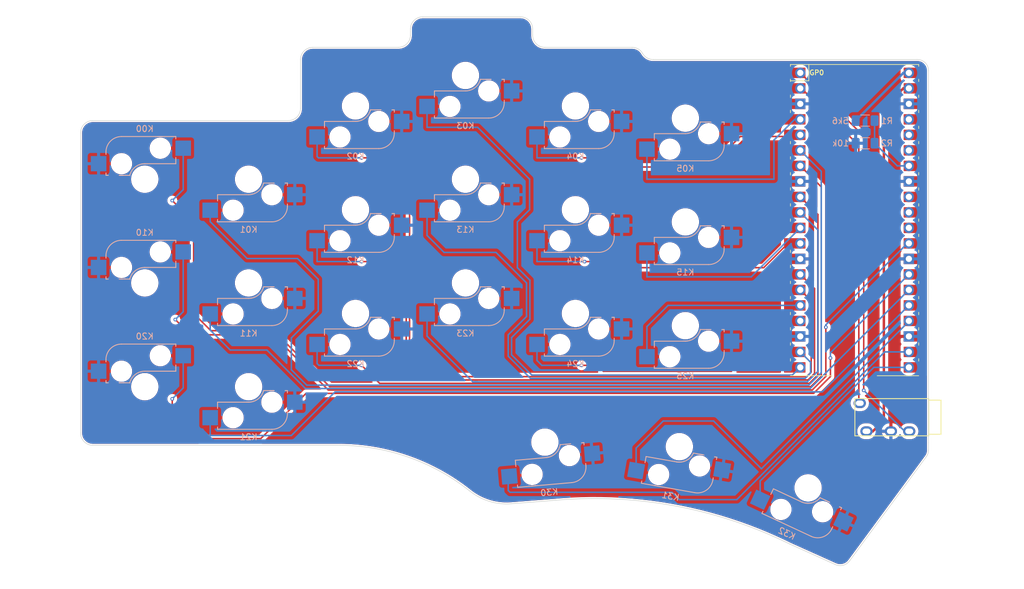
<source format=kicad_pcb>
(kicad_pcb (version 20240108) (generator "pcbnew") (generator_version "8.0")
  (title_block (rev "rev1.0"))
  (layers (0 "F.Cu" signal) (31 "B.Cu" signal) (34 "B.Paste" user) (35 "F.Paste" user) (36 "B.SilkS" user "B.Silkscreen") (37 "F.SilkS" user "F.Silkscreen") (38 "B.Mask" user) (39 "F.Mask" user) (44 "Edge.Cuts" user))
  (net 0 "")
  (net 1 "GND")
  (net 2 "/k00")
  (net 3 "/k01")
  (net 4 "/k02")
  (net 5 "/k03")
  (net 6 "/k04")
  (net 7 "/k05")
  (net 8 "/k10")
  (net 9 "/k11")
  (net 10 "/k12")
  (net 11 "/k13")
  (net 12 "/k14")
  (net 13 "/k15")
  (net 14 "/k20")
  (net 15 "/k21")
  (net 16 "/k22")
  (net 17 "/k23")
  (net 18 "/k24")
  (net 19 "/k25")
  (net 20 "/k30")
  (net 21 "/k31")
  (net 22 "/k32")
  (net 23 "rx")
  (net 24 "tx")
  (net 25 "VBUS")
  (net 26 "vbus_sense")
  (net 33 "VCC")
  (footprint "keyswitches:Kailh_socket_MX_3_pins_last" (layer "F.Cu") (at 136.083778 70.1308)
    (property "Reference" "K25" (at -1 8.255 180) (layer "B.SilkS") (effects (justify mirror)))
    (property "Value" "KEYSW")
    (pad "" np_thru_hole circle (at -3.54 5.08 180) (size 3 3) (drill 3) (layers "*.Cu" "*.Mask"))
    (pad "" np_thru_hole circle (at -1 0 180) (size 3.9878 3.9878) (drill 3.9878) (layers "*.Cu" "*.Mask"))
    (pad "" np_thru_hole circle (at 2.81 2.54 180) (size 3 3) (drill 3) (layers "*.Cu" "*.Mask"))
    (pad "1" smd rect (at -7.29 5.08 180) (size 2.55 2.5) (layers "B.Cu" "B.Paste" "B.Mask") (net 19 "/k25"))
    (pad "2" smd rect (at 6.56 2.54 180) (size 2.55 2.5) (layers "B.Cu" "B.Paste" "B.Mask") (net 1 "GND"))
  )
  (footprint "keyswitches:Kailh_socket_MX_3_pins_last" (layer "F.Cu") (at 118.083778 68.1308)
    (property "Reference" "K24" (at -1 8.255 180) (layer "B.SilkS") (effects (justify mirror)))
    (property "Value" "KEYSW")
    (pad "" np_thru_hole circle (at -3.54 5.08 180) (size 3 3) (drill 3) (layers "*.Cu" "*.Mask"))
    (pad "" np_thru_hole circle (at -1 0 180) (size 3.9878 3.9878) (drill 3.9878) (layers "*.Cu" "*.Mask"))
    (pad "" np_thru_hole circle (at 2.81 2.54 180) (size 3 3) (drill 3) (layers "*.Cu" "*.Mask"))
    (pad "1" smd rect (at -7.29 5.08 180) (size 2.55 2.5) (layers "B.Cu" "B.Paste" "B.Mask") (net 18 "/k24"))
    (pad "2" smd rect (at 6.56 2.54 180) (size 2.55 2.5) (layers "B.Cu" "B.Paste" "B.Mask") (net 1 "GND"))
  )
  (footprint "keyswitches:Kailh_socket_MX_3_pins_last" (layer "F.Cu") (at 64.583778 80.1308)
    (property "Reference" "K21" (at -1 8.255 180) (layer "B.SilkS") (effects (justify mirror)))
    (property "Value" "KEYSW")
    (pad "" np_thru_hole circle (at -3.54 5.08 180) (size 3 3) (drill 3) (layers "*.Cu" "*.Mask"))
    (pad "" np_thru_hole circle (at -1 0 180) (size 3.9878 3.9878) (drill 3.9878) (layers "*.Cu" "*.Mask"))
    (pad "" np_thru_hole circle (at 2.81 2.54 180) (size 3 3) (drill 3) (layers "*.Cu" "*.Mask"))
    (pad "1" smd rect (at -7.29 5.08 180) (size 2.55 2.5) (layers "B.Cu" "B.Paste" "B.Mask") (net 15 "/k21"))
    (pad "2" smd rect (at 6.56 2.54 180) (size 2.55 2.5) (layers "B.Cu" "B.Paste" "B.Mask") (net 1 "GND"))
  )
  (footprint "keyswitches:Kailh_socket_MX_3_pins_last" (layer "F.Cu") (at 82.083778 34.1308)
    (property "Reference" "K02" (at -1 8.255 180) (layer "B.SilkS") (effects (justify mirror)))
    (property "Value" "KEYSW")
    (pad "" np_thru_hole circle (at -3.54 5.08 180) (size 3 3) (drill 3) (layers "*.Cu" "*.Mask"))
    (pad "" np_thru_hole circle (at -1 0 180) (size 3.9878 3.9878) (drill 3.9878) (layers "*.Cu" "*.Mask"))
    (pad "" np_thru_hole circle (at 2.81 2.54 180) (size 3 3) (drill 3) (layers "*.Cu" "*.Mask"))
    (pad "1" smd rect (at -7.29 5.08 180) (size 2.55 2.5) (layers "B.Cu" "B.Paste" "B.Mask") (net 4 "/k02"))
    (pad "2" smd rect (at 6.56 2.54 180) (size 2.55 2.5) (layers "B.Cu" "B.Paste" "B.Mask") (net 1 "GND"))
  )
  (footprint "keyswitches:Kailh_socket_MX_3_pins_last" (layer "F.Cu") (at 45.583778 63.1308 180)
    (property "Reference" "K10" (at -1 8.255 0) (layer "B.SilkS") (effects (justify mirror)))
    (property "Value" "KEYSW")
    (pad "" np_thru_hole circle (at -3.54 5.08) (size 3 3) (drill 3) (layers "*.Cu" "*.Mask"))
    (pad "" np_thru_hole circle (at -1 0) (size 3.9878 3.9878) (drill 3.9878) (layers "*.Cu" "*.Mask"))
    (pad "" np_thru_hole circle (at 2.81 2.54) (size 3 3) (drill 3) (layers "*.Cu" "*.Mask"))
    (pad "1" smd rect (at -7.29 5.08) (size 2.55 2.5) (layers "B.Cu" "B.Paste" "B.Mask") (net 8 "/k10"))
    (pad "2" smd rect (at 6.56 2.54) (size 2.55 2.5) (layers "B.Cu" "B.Paste" "B.Mask") (net 1 "GND"))
  )
  (footprint "RPi_Pico:RPi_Pico_SMD_TH" (layer "F.Cu") (at 162.786978 52.8388)
    (property "Reference" "U2" (hide yes))
    (property "Value" "Pico")
    (fp_text user "GP0" (at -6.2032 -24.1665 0) (layer "F.SilkS") (effects (font (size 0.8 0.8))))
    (pad "1" thru_hole oval (at -8.89 -24.13) (size 1.7 1.7) (drill 1.02) (layers "*.Cu" "*.Mask") (net 24 "tx"))
    (pad "1" smd rect (at -8.89 -24.13) (size 3.5 1.7) (drill (offset -0.9 0)) (layers "F.Cu" "F.Mask") (net 24 "tx"))
    (pad "2" thru_hole oval (at -8.89 -21.59) (size 1.7 1.7) (drill 1.02) (layers "*.Cu" "*.Mask") (net 23 "rx"))
    (pad "2" smd rect (at -8.89 -21.59) (size 3.5 1.7) (drill (offset -0.9 0)) (layers "F.Cu" "F.Mask") (net 23 "rx"))
    (pad "3" thru_hole rect (at -8.89 -19.05) (size 1.7 1.7) (drill 1.02) (layers "*.Cu" "*.Mask") (net 1 "GND"))
    (pad "3" smd rect (at -8.89 -19.05) (size 3.5 1.7) (drill (offset -0.9 0)) (layers "F.Cu" "F.Mask") (net 1 "GND"))
    (pad "4" thru_hole oval (at -8.89 -16.51) (size 1.7 1.7) (drill 1.02) (layers "*.Cu" "*.Mask") (net 7 "/k05"))
    (pad "4" smd rect (at -8.89 -16.51) (size 3.5 1.7) (drill (offset -0.9 0)) (layers "F.Cu" "F.Mask") (net 7 "/k05"))
    (pad "5" thru_hole oval (at -8.89 -13.97) (size 1.7 1.7) (drill 1.02) (layers "*.Cu" "*.Mask") (net 6 "/k04"))
    (pad "5" smd rect (at -8.89 -13.97) (size 3.5 1.7) (drill (offset -0.9 0)) (layers "F.Cu" "F.Mask") (net 6 "/k04"))
    (pad "6" thru_hole oval (at -8.89 -11.43) (size 1.7 1.7) (drill 1.02) (layers "*.Cu" "*.Mask") (net 3 "/k01"))
    (pad "6" smd rect (at -8.89 -11.43) (size 3.5 1.7) (drill (offset -0.9 0)) (layers "F.Cu" "F.Mask") (net 3 "/k01"))
    (pad "7" thru_hole oval (at -8.89 -8.89) (size 1.7 1.7) (drill 1.02) (layers "*.Cu" "*.Mask") (net 2 "/k00"))
    (pad "7" smd rect (at -8.89 -8.89) (size 3.5 1.7) (drill (offset -0.9 0)) (layers "F.Cu" "F.Mask") (net 2 "/k00"))
    (pad "8" thru_hole rect (at -8.89 -6.35) (size 1.7 1.7) (drill 1.02) (layers "*.Cu" "*.Mask") (net 1 "GND"))
    (pad "8" smd rect (at -8.89 -6.35) (size 3.5 1.7) (drill (offset -0.9 0)) (layers "F.Cu" "F.Mask") (net 1 "GND"))
    (pad "9" thru_hole oval (at -8.89 -3.81) (size 1.7 1.7) (drill 1.02) (layers "*.Cu" "*.Mask") (net 16 "/k22"))
    (pad "9" smd rect (at -8.89 -3.81) (size 3.5 1.7) (drill (offset -0.9 0)) (layers "F.Cu" "F.Mask") (net 16 "/k22"))
    (pad "10" thru_hole oval (at -8.89 -1.27) (size 1.7 1.7) (drill 1.02) (layers "*.Cu" "*.Mask") (net 17 "/k23"))
    (pad "10" smd rect (at -8.89 -1.27) (size 3.5 1.7) (drill (offset -0.9 0)) (layers "F.Cu" "F.Mask") (net 17 "/k23"))
    (pad "11" thru_hole oval (at -8.89 1.27) (size 1.7 1.7) (drill 1.02) (layers "*.Cu" "*.Mask") (net 13 "/k15"))
    (pad "11" smd rect (at -8.89 1.27) (size 3.5 1.7) (drill (offset -0.9 0)) (layers "F.Cu" "F.Mask") (net 13 "/k15"))
    (pad "12" thru_hole oval (at -8.89 3.81) (size 1.7 1.7) (drill 1.02) (layers "*.Cu" "*.Mask") (net 12 "/k14"))
    (pad "12" smd rect (at -8.89 3.81) (size 3.5 1.7) (drill (offset -0.9 0)) (layers "F.Cu" "F.Mask") (net 12 "/k14"))
    (pad "13" thru_hole rect (at -8.89 6.35) (size 1.7 1.7) (drill 1.02) (layers "*.Cu" "*.Mask") (net 1 "GND"))
    (pad "13" smd rect (at -8.89 6.35) (size 3.5 1.7) (drill (offset -0.9 0)) (layers "F.Cu" "F.Mask") (net 1 "GND"))
    (pad "14" thru_hole oval (at -8.89 8.89) (size 1.7 1.7) (drill 1.02) (layers "*.Cu" "*.Mask") (net 10 "/k12"))
    (pad "14" smd rect (at -8.89 8.89) (size 3.5 1.7) (drill (offset -0.9 0)) (layers "F.Cu" "F.Mask") (net 10 "/k12"))
    (pad "15" thru_hole oval (at -8.89 11.43) (size 1.7 1.7) (drill 1.02) (layers "*.Cu" "*.Mask") (net 4 "/k02"))
    (pad "15" smd rect (at -8.89 11.43) (size 3.5 1.7) (drill (offset -0.9 0)) (layers "F.Cu" "F.Mask") (net 4 "/k02"))
    (pad "16" thru_hole oval (at -8.89 13.97) (size 1.7 1.7) (drill 1.02) (layers "*.Cu" "*.Mask") (net 19 "/k25"))
    (pad "16" smd rect (at -8.89 13.97) (size 3.5 1.7) (drill (offset -0.9 0)) (layers "F.Cu" "F.Mask") (net 19 "/k25"))
    (pad "17" thru_hole oval (at -8.89 16.51) (size 1.7 1.7) (drill 1.02) (layers "*.Cu" "*.Mask") (net 18 "/k24"))
    (pad "17" smd rect (at -8.89 16.51) (size 3.5 1.7) (drill (offset -0.9 0)) (layers "F.Cu" "F.Mask") (net 18 "/k24"))
    (pad "18" thru_hole rect (at -8.89 19.05) (size 1.7 1.7) (drill 1.02) (layers "*.Cu" "*.Mask") (net 1 "GND"))
    (pad "18" smd rect (at -8.89 19.05) (size 3.5 1.7) (drill (offset -0.9 0)) (layers "F.Cu" "F.Mask") (net 1 "GND"))
    (pad "19" thru_hole oval (at -8.89 21.59) (size 1.7 1.7) (drill 1.02) (layers "*.Cu" "*.Mask") (net 11 "/k13"))
    (pad "19" smd rect (at -8.89 21.59) (size 3.5 1.7) (drill (offset -0.9 0)) (layers "F.Cu" "F.Mask") (net 11 "/k13"))
    (pad "20" thru_hole oval (at -8.89 24.13) (size 1.7 1.7) (drill 1.02) (layers "*.Cu" "*.Mask") (net 5 "/k03"))
    (pad "20" smd rect (at -8.89 24.13) (size 3.5 1.7) (drill (offset -0.9 0)) (layers "F.Cu" "F.Mask") (net 5 "/k03"))
    (pad "21" thru_hole oval (at 8.89 24.13) (size 1.7 1.7) (drill 1.02) (layers "*.Cu" "*.Mask") (net 22 "/k32"))
    (pad "21" smd rect (at 8.89 24.13) (size 3.5 1.7) (drill (offset 0.9 0)) (layers "F.Cu" "F.Mask") (net 22 "/k32"))
    (pad "22" thru_hole oval (at 8.89 21.59) (size 1.7 1.7) (drill 1.02) (layers "*.Cu" "*.Mask") (net 20 "/k30"))
    (pad "22" smd rect (at 8.89 21.59) (size 3.5 1.7) (drill (offset 0.9 0)) (layers "F.Cu" "F.Mask") (net 20 "/k30"))
    (pad "23" thru_hole rect (at 8.89 19.05) (size 1.7 1.7) (drill 1.02) (layers "*.Cu" "*.Mask") (net 1 "GND"))
    (pad "23" smd rect (at 8.89 19.05) (size 3.5 1.7) (drill (offset 0.9 0)) (layers "F.Cu" "F.Mask") (net 1 "GND"))
    (pad "24" thru_hole oval (at 8.89 16.51) (size 1.7 1.7) (drill 1.02) (layers "*.Cu" "*.Mask") (net 21 "/k31"))
    (pad "24" smd rect (at 8.89 16.51) (size 3.5 1.7) (drill (offset 0.9 0)) (layers "F.Cu" "F.Mask") (net 21 "/k31"))
    (pad "25" thru_hole oval (at 8.89 13.97) (size 1.7 1.7) (drill 1.02) (layers "*.Cu" "*.Mask") (net 15 "/k21"))
    (pad "25" smd rect (at 8.89 13.97) (size 3.5 1.7) (drill (offset 0.9 0)) (layers "F.Cu" "F.Mask") (net 15 "/k21"))
    (pad "26" thru_hole oval (at 8.89 11.43) (size 1.7 1.7) (drill 1.02) (layers "*.Cu" "*.Mask") (net 9 "/k11"))
    (pad "26" smd rect (at 8.89 11.43) (size 3.5 1.7) (drill (offset 0.9 0)) (layers "F.Cu" "F.Mask") (net 9 "/k11"))
    (pad "27" thru_hole oval (at 8.89 8.89) (size 1.7 1.7) (drill 1.02) (layers "*.Cu" "*.Mask") (net 14 "/k20"))
    (pad "27" smd rect (at 8.89 8.89) (size 3.5 1.7) (drill (offset 0.9 0)) (layers "F.Cu" "F.Mask") (net 14 "/k20"))
    (pad "28" thru_hole rect (at 8.89 6.35) (size 1.7 1.7) (drill 1.02) (layers "*.Cu" "*.Mask") (net 1 "GND"))
    (pad "28" smd rect (at 8.89 6.35) (size 3.5 1.7) (drill (offset 0.9 0)) (layers "F.Cu" "F.Mask") (net 1 "GND"))
    (pad "29" thru_hole oval (at 8.89 3.81) (size 1.7 1.7) (drill 1.02) (layers "*.Cu" "*.Mask") (net 8 "/k10"))
    (pad "29" smd rect (at 8.89 3.81) (size 3.5 1.7) (drill (offset 0.9 0)) (layers "F.Cu" "F.Mask") (net 8 "/k10"))
    (pad "30" thru_hole oval (at 8.89 1.27) (size 1.7 1.7) (drill 1.02) (layers "*.Cu" "*.Mask"))
    (pad "30" smd rect (at 8.89 1.27) (size 3.5 1.7) (drill (offset 0.9 0)) (layers "F.Cu" "F.Mask"))
    (pad "31" thru_hole oval (at 8.89 -1.27) (size 1.7 1.7) (drill 1.02) (layers "*.Cu" "*.Mask"))
    (pad "31" smd rect (at 8.89 -1.27) (size 3.5 1.7) (drill (offset 0.9 0)) (layers "F.Cu" "F.Mask"))
    (pad "32" thru_hole oval (at 8.89 -3.81) (size 1.7 1.7) (drill 1.02) (layers "*.Cu" "*.Mask"))
    (pad "32" smd rect (at 8.89 -3.81) (size 3.5 1.7) (drill (offset 0.9 0)) (layers "F.Cu" "F.Mask"))
    (pad "33" thru_hole rect (at 8.89 -6.35) (size 1.7 1.7) (drill 1.02) (layers "*.Cu" "*.Mask") (net 1 "GND"))
    (pad "33" smd rect (at 8.89 -6.35) (size 3.5 1.7) (drill (offset 0.9 0)) (layers "F.Cu" "F.Mask") (net 1 "GND"))
    (pad "34" thru_hole oval (at 8.89 -8.89) (size 1.7 1.7) (drill 1.02) (layers "*.Cu" "*.Mask") (net 26 "vbus_sense"))
    (pad "34" smd rect (at 8.89 -8.89) (size 3.5 1.7) (drill (offset 0.9 0)) (layers "F.Cu" "F.Mask") (net 26 "vbus_sense"))
    (pad "35" thru_hole oval (at 8.89 -11.43) (size 1.7 1.7) (drill 1.02) (layers "*.Cu" "*.Mask"))
    (pad "35" smd rect (at 8.89 -11.43) (size 3.5 1.7) (drill (offset 0.9 0)) (layers "F.Cu" "F.Mask"))
    (pad "36" thru_hole oval (at 8.89 -13.97) (size 1.7 1.7) (drill 1.02) (layers "*.Cu" "*.Mask"))
    (pad "36" smd rect (at 8.89 -13.97) (size 3.5 1.7) (drill (offset 0.9 0)) (layers "F.Cu" "F.Mask"))
    (pad "37" thru_hole oval (at 8.89 -16.51) (size 1.7 1.7) (drill 1.02) (layers "*.Cu" "*.Mask"))
    (pad "37" smd rect (at 8.89 -16.51) (size 3.5 1.7) (drill (offset 0.9 0)) (layers "F.Cu" "F.Mask"))
    (pad "38" thru_hole rect (at 8.89 -19.05) (size 1.7 1.7) (drill 1.02) (layers "*.Cu" "*.Mask") (net 1 "GND"))
    (pad "38" smd rect (at 8.89 -19.05) (size 3.5 1.7) (drill (offset 0.9 0)) (layers "F.Cu" "F.Mask") (net 1 "GND"))
    (pad "39" thru_hole oval (at 8.89 -21.59) (size 1.7 1.7) (drill 1.02) (layers "*.Cu" "*.Mask") (net 33 "VCC"))
    (pad "39" smd rect (at 8.89 -21.59) (size 3.5 1.7) (drill (offset 0.9 0)) (layers "F.Cu" "F.Mask") (net 33 "VCC"))
    (pad "40" thru_hole oval (at 8.89 -24.13) (size 1.7 1.7) (drill 1.02) (layers "*.Cu" "*.Mask") (net 25 "VBUS"))
    (pad "40" smd rect (at 8.89 -24.13) (size 3.5 1.7) (drill (offset 0.9 0)) (layers "F.Cu" "F.Mask") (net 25 "VBUS"))
  )
  (footprint "keyswitches:Kailh_socket_MX_3_pins_last" (layer "F.Cu") (at 118.083778 34.1308)
    (property "Reference" "K04" (at -1 8.255 180) (layer "B.SilkS") (effects (justify mirror)))
    (property "Value" "KEYSW")
    (pad "" np_thru_hole circle (at -3.54 5.08 180) (size 3 3) (drill 3) (layers "*.Cu" "*.Mask"))
    (pad "" np_thru_hole circle (at -1 0 180) (size 3.9878 3.9878) (drill 3.9878) (layers "*.Cu" "*.Mask"))
    (pad "" np_thru_hole circle (at 2.81 2.54 180) (size 3 3) (drill 3) (layers "*.Cu" "*.Mask"))
    (pad "1" smd rect (at -7.29 5.08 180) (size 2.55 2.5) (layers "B.Cu" "B.Paste" "B.Mask") (net 6 "/k04"))
    (pad "2" smd rect (at 6.56 2.54 180) (size 2.55 2.5) (layers "B.Cu" "B.Paste" "B.Mask") (net 1 "GND"))
  )
  (footprint "keyswitches:Kailh_socket_MX_3_pins_last" (layer "F.Cu") (at 82.083778 51.1308)
    (property "Reference" "K12" (at -1 8.255 180) (layer "B.SilkS") (effects (justify mirror)))
    (property "Value" "KEYSW")
    (pad "" np_thru_hole circle (at -3.54 5.08 180) (size 3 3) (drill 3) (layers "*.Cu" "*.Mask"))
    (pad "" np_thru_hole circle (at -1 0 180) (size 3.9878 3.9878) (drill 3.9878) (layers "*.Cu" "*.Mask"))
    (pad "" np_thru_hole circle (at 2.81 2.54 180) (size 3 3) (drill 3) (layers "*.Cu" "*.Mask"))
    (pad "1" smd rect (at -7.29 5.08 180) (size 2.55 2.5) (layers "B.Cu" "B.Paste" "B.Mask") (net 10 "/k12"))
    (pad "2" smd rect (at 6.56 2.54 180) (size 2.55 2.5) (layers "B.Cu" "B.Paste" "B.Mask") (net 1 "GND"))
  )
  (footprint "keyswitches:Kailh_socket_MX_3_pins_last" (layer "F.Cu") (at 113.083778 89.1308 5)
    (property "Reference" "K30" (at -1 8.255 -175) (layer "B.SilkS") (effects (justify mirror)))
    (property "Value" "KEYSW")
    (pad "" np_thru_hole circle (at -3.54 5.08 185) (size 3 3) (drill 3) (layers "*.Cu" "*.Mask"))
    (pad "" np_thru_hole circle (at -1 0 185) (size 3.9878 3.9878) (drill 3.9878) (layers "*.Cu" "*.Mask"))
    (pad "" np_thru_hole circle (at 2.81 2.54 185) (size 3 3) (drill 3) (layers "*.Cu" "*.Mask"))
    (pad "1" smd rect (at -7.29 5.08 185) (size 2.55 2.5) (layers "B.Cu" "B.Paste" "B.Mask") (net 20 "/k30"))
    (pad "2" smd rect (at 6.56 2.54 185) (size 2.55 2.5) (layers "B.Cu" "B.Paste" "B.Mask") (net 1 "GND"))
  )
  (footprint "keyswitches:Kailh_socket_MX_3_pins_last" (layer "F.Cu") (at 64.583778 46.1308)
    (property "Reference" "K01" (at -1 8.255 180) (layer "B.SilkS") (effects (justify mirror)))
    (property "Value" "KEYSW")
    (pad "" np_thru_hole circle (at -3.54 5.08 180) (size 3 3) (drill 3) (layers "*.Cu" "*.Mask"))
    (pad "" np_thru_hole circle (at -1 0 180) (size 3.9878 3.9878) (drill 3.9878) (layers "*.Cu" "*.Mask"))
    (pad "" np_thru_hole circle (at 2.81 2.54 180) (size 3 3) (drill 3) (layers "*.Cu" "*.Mask"))
    (pad "1" smd rect (at -7.29 5.08 180) (size 2.55 2.5) (layers "B.Cu" "B.Paste" "B.Mask") (net 3 "/k01"))
    (pad "2" smd rect (at 6.56 2.54 180) (size 2.55 2.5) (layers "B.Cu" "B.Paste" "B.Mask") (net 1 "GND"))
  )
  (footprint "keyswitches:Kailh_socket_MX_3_pins_last" (layer "F.Cu") (at 118.083778 51.1308)
    (property "Reference" "K14" (at -1 8.255 180) (layer "B.SilkS") (effects (justify mirror)))
    (property "Value" "KEYSW")
    (pad "" np_thru_hole circle (at -3.54 5.08 180) (size 3 3) (drill 3) (layers "*.Cu" "*.Mask"))
    (pad "" np_thru_hole circle (at -1 0 180) (size 3.9878 3.9878) (drill 3.9878) (layers "*.Cu" "*.Mask"))
    (pad "" np_thru_hole circle (at 2.81 2.54 180) (size 3 3) (drill 3) (layers "*.Cu" "*.Mask"))
    (pad "1" smd rect (at -7.29 5.08 180) (size 2.55 2.5) (layers "B.Cu" "B.Paste" "B.Mask") (net 12 "/k14"))
    (pad "2" smd rect (at 6.56 2.54 180) (size 2.55 2.5) (layers "B.Cu" "B.Paste" "B.Mask") (net 1 "GND"))
  )
  (footprint "keyswitches:Kailh_socket_MX_3_pins_last" (layer "F.Cu") (at 100.083778 63.1308)
    (property "Reference" "K23" (at -1 8.255 180) (layer "B.SilkS") (effects (justify mirror)))
    (property "Value" "KEYSW")
    (pad "" np_thru_hole circle (at -3.54 5.08 180) (size 3 3) (drill 3) (layers "*.Cu" "*.Mask"))
    (pad "" np_thru_hole circle (at -1 0 180) (size 3.9878 3.9878) (drill 3.9878) (layers "*.Cu" "*.Mask"))
    (pad "" np_thru_hole circle (at 2.81 2.54 180) (size 3 3) (drill 3) (layers "*.Cu" "*.Mask"))
    (pad "1" smd rect (at -7.29 5.08 180) (size 2.55 2.5) (layers "B.Cu" "B.Paste" "B.Mask") (net 17 "/k23"))
    (pad "2" smd rect (at 6.56 2.54 180) (size 2.55 2.5) (layers "B.Cu" "B.Paste" "B.Mask") (net 1 "GND"))
  )
  (footprint "keyswitches:Kailh_socket_MX_3_pins_last" (layer "F.Cu") (at 100.083778 29.1308)
    (property "Reference" "K03" (at -1 8.255 180) (layer "B.SilkS") (effects (justify mirror)))
    (property "Value" "KEYSW")
    (pad "" np_thru_hole circle (at -3.54 5.08 180) (size 3 3) (drill 3) (layers "*.Cu" "*.Mask"))
    (pad "" np_thru_hole circle (at -1 0 180) (size 3.9878 3.9878) (drill 3.9878) (layers "*.Cu" "*.Mask"))
    (pad "" np_thru_hole circle (at 2.81 2.54 180) (size 3 3) (drill 3) (layers "*.Cu" "*.Mask"))
    (pad "1" smd rect (at -7.29 5.08 180) (size 2.55 2.5) (layers "B.Cu" "B.Paste" "B.Mask") (net 5 "/k03"))
    (pad "2" smd rect (at 6.56 2.54 180) (size 2.55 2.5) (layers "B.Cu" "B.Paste" "B.Mask") (net 1 "GND"))
  )
  (footprint "keyswitches:Kailh_socket_MX_3_pins_last" (layer "F.Cu") (at 82.083778 68.1308)
    (property "Reference" "K22" (at -1 8.255 180) (layer "B.SilkS") (effects (justify mirror)))
    (property "Value" "KEYSW")
    (pad "" np_thru_hole circle (at -3.54 5.08 180) (size 3 3) (drill 3) (layers "*.Cu" "*.Mask"))
    (pad "" np_thru_hole circle (at -1 0 180) (size 3.9878 3.9878) (drill 3.9878) (layers "*.Cu" "*.Mask"))
    (pad "" np_thru_hole circle (at 2.81 2.54 180) (size 3 3) (drill 3) (layers "*.Cu" "*.Mask"))
    (pad "1" smd rect (at -7.29 5.08 180) (size 2.55 2.5) (layers "B.Cu" "B.Paste" "B.Mask") (net 16 "/k22"))
    (pad "2" smd rect (at 6.56 2.54 180) (size 2.55 2.5) (layers "B.Cu" "B.Paste" "B.Mask") (net 1 "GND"))
  )
  (footprint "Keebio-Parts:TRRS-PJ-320A" (layer "F.Cu") (at 174.933778 85.1308 -90)
    (property "Reference" "J1" (hide yes))
    (property "Value" "TRRS")
    (pad "1" thru_hole oval (at -2.3 11.3 270) (size 1.6 2) (drill oval 0.9 1.3) (layers "*.Cu" "*.Mask") (net 23 "rx"))
    (pad "2" thru_hole oval (at 2.3 10.2 270) (size 1.6 2) (drill oval 0.9 1.3) (layers "*.Cu" "*.Mask") (net 33 "VCC"))
    (pad "3" thru_hole oval (at 2.3 6.2 270) (size 1.6 2) (drill oval 0.9 1.3) (layers "*.Cu" "*.Mask") (net 1 "GND"))
    (pad "4" thru_hole oval (at 2.3 3.2 270) (size 1.6 2) (drill oval 0.9 1.3) (layers "*.Cu" "*.Mask") (net 24 "tx"))
  )
  (footprint "keyswitches:Kailh_socket_MX_3_pins_last" (layer "F.Cu") (at 136.083778 53.1308)
    (property "Reference" "K15" (at -1 8.255 180) (layer "B.SilkS") (effects (justify mirror)))
    (property "Value" "KEYSW")
    (pad "" np_thru_hole circle (at -3.54 5.08 180) (size 3 3) (drill 3) (layers "*.Cu" "*.Mask"))
    (pad "" np_thru_hole circle (at -1 0 180) (size 3.9878 3.9878) (drill 3.9878) (layers "*.Cu" "*.Mask"))
    (pad "" np_thru_hole circle (at 2.81 2.54 180) (size 3 3) (drill 3) (layers "*.Cu" "*.Mask"))
    (pad "1" smd rect (at -7.29 5.08 180) (size 2.55 2.5) (layers "B.Cu" "B.Paste" "B.Mask") (net 13 "/k15"))
    (pad "2" smd rect (at 6.56 2.54 180) (size 2.55 2.5) (layers "B.Cu" "B.Paste" "B.Mask") (net 1 "GND"))
  )
  (footprint "keyswitches:Kailh_socket_MX_3_pins_last" (layer "F.Cu") (at 156.083778 97.1308 -25)
    (property "Reference" "K32" (at -1 8.255001 155) (layer "B.SilkS") (effects (justify mirror)))
    (property "Value" "KEYSW")
    (pad "" np_thru_hole circle (at -3.54 5.08 155) (size 3 3) (drill 3) (layers "*.Cu" "*.Mask"))
    (pad "" np_thru_hole circle (at -1 0 155) (size 3.9878 3.9878) (drill 3.9878) (layers "*.Cu" "*.Mask"))
    (pad "" np_thru_hole circle (at 2.81 2.54 155) (size 3 3) (drill 3) (layers "*.Cu" "*.Mask"))
    (pad "1" smd rect (at -7.290001 5.08 155) (size 2.55 2.5) (layers "B.Cu" "B.Paste" "B.Mask") (net 22 "/k32"))
    (pad "2" smd rect (at 6.56 2.54 155) (size 2.55 2.5) (layers "B.Cu" "B.Paste" "B.Mask") (net 1 "GND"))
  )
  (footprint "keyswitches:Kailh_socket_MX_3_pins_last" (layer "F.Cu") (at 64.583778 63.1308)
    (property "Reference" "K11" (at -1 8.255 180) (layer "B.SilkS") (effects (justify mirror)))
    (property "Value" "KEYSW")
    (pad "" np_thru_hole circle (at -3.54 5.08 180) (size 3 3) (drill 3) (layers "*.Cu" "*.Mask"))
    (pad "" np_thru_hole circle (at -1 0 180) (size 3.9878 3.9878) (drill 3.9878) (layers "*.Cu" "*.Mask"))
    (pad "" np_thru_hole circle (at 2.81 2.54 180) (size 3 3) (drill 3) (layers "*.Cu" "*.Mask"))
    (pad "1" smd rect (at -7.29 5.08 180) (size 2.55 2.5) (layers "B.Cu" "B.Paste" "B.Mask") (net 9 "/k11"))
    (pad "2" smd rect (at 6.56 2.54 180) (size 2.55 2.5) (layers "B.Cu" "B.Paste" "B.Mask") (net 1 "GND"))
  )
  (footprint "keyswitches:Kailh_socket_MX_3_pins_last" (layer "F.Cu") (at 136.083778 36.1308)
    (property "Reference" "K05" (at -1 8.255 180) (layer "B.SilkS") (effects (justify mirror)))
    (property "Value" "KEYSW")
    (pad "" np_thru_hole circle (at -3.54 5.08 180) (size 3 3) (drill 3) (layers "*.Cu" "*.Mask"))
    (pad "" np_thru_hole circle (at -1 0 180) (size 3.9878 3.9878) (drill 3.9878) (layers "*.Cu" "*.Mask"))
    (pad "" np_thru_hole circle (at 2.81 2.54 180) (size 3 3) (drill 3) (layers "*.Cu" "*.Mask"))
    (pad "1" smd rect (at -7.29 5.08 180) (size 2.55 2.5) (layers "B.Cu" "B.Paste" "B.Mask") (net 7 "/k05"))
    (pad "2" smd rect (at 6.56 2.54 180) (size 2.55 2.5) (layers "B.Cu" "B.Paste" "B.Mask") (net 1 "GND"))
  )
  (footprint "keyswitches:Kailh_socket_MX_3_pins_last" (layer "F.Cu") (at 45.583778 80.1308 180)
    (property "Reference" "K20" (at -1 8.255 0) (layer "B.SilkS") (effects (justify mirror)))
    (property "Value" "KEYSW")
    (pad "" np_thru_hole circle (at -3.54 5.08) (size 3 3) (drill 3) (layers "*.Cu" "*.Mask"))
    (pad "" np_thru_hole circle (at -1 0) (size 3.9878 3.9878) (drill 3.9878) (layers "*.Cu" "*.Mask"))
    (pad "" np_thru_hole circle (at 2.81 2.54) (size 3 3) (drill 3) (layers "*.Cu" "*.Mask"))
    (pad "1" smd rect (at -7.29 5.08) (size 2.55 2.5) (layers "B.Cu" "B.Paste" "B.Mask") (net 14 "/k20"))
    (pad "2" smd rect (at 6.56 2.54) (size 2.55 2.5) (layers "B.Cu" "B.Paste" "B.Mask") (net 1 "GND"))
  )
  (footprint "keyswitches:Kailh_socket_MX_3_pins_last" (layer "F.Cu") (at 100.083778 46.1308)
    (property "Reference" "K13" (at -1 8.255 180) (layer "B.SilkS") (effects (justify mirror)))
    (property "Value" "KEYSW")
    (pad "" np_thru_hole circle (at -3.54 5.08 180) (size 3 3) (drill 3) (layers "*.Cu" "*.Mask"))
    (pad "" np_thru_hole circle (at -1 0 180) (size 3.9878 3.9878) (drill 3.9878) (layers "*.Cu" "*.Mask"))
    (pad "" np_thru_hole circle (at 2.81 2.54 180) (size 3 3) (drill 3) (layers "*.Cu" "*.Mask"))
    (pad "1" smd rect (at -7.29 5.08 180) (size 2.55 2.5) (layers "B.Cu" "B.Paste" "B.Mask") (net 11 "/k13"))
    (pad "2" smd rect (at 6.56 2.54 180) (size 2.55 2.5) (layers "B.Cu" "B.Paste" "B.Mask") (net 1 "GND"))
  )
  (footprint "keyswitches:Kailh_socket_MX_3_pins_last" (layer "F.Cu") (at 45.583778 46.1308 180)
    (property "Reference" "K00" (at -1 8.255 0) (layer "B.SilkS") (effects (justify mirror)))
    (property "Value" "KEYSW")
    (pad "" np_thru_hole circle (at -3.54 5.08) (size 3 3) (drill 3) (layers "*.Cu" "*.Mask"))
    (pad "" np_thru_hole circle (at -1 0) (size 3.9878 3.9878) (drill 3.9878) (layers "*.Cu" "*.Mask"))
    (pad "" np_thru_hole circle (at 2.81 2.54) (size 3 3) (drill 3) (layers "*.Cu" "*.Mask"))
    (pad "1" smd rect (at -7.29 5.08) (size 2.55 2.5) (layers "B.Cu" "B.Paste" "B.Mask") (net 2 "/k00"))
    (pad "2" smd rect (at 6.56 2.54) (size 2.55 2.5) (layers "B.Cu" "B.Paste" "B.Mask") (net 1 "GND"))
  )
  (footprint "keyswitches:Kailh_socket_MX_3_pins_last" (layer "F.Cu") (at 135.083778 90.1308 -10)
    (property "Reference" "K31" (at -1 8.255 170) (layer "B.SilkS") (effects (justify mirror)))
    (property "Value" "KEYSW")
    (pad "" np_thru_hole circle (at -3.54 5.08 170) (size 3 3) (drill 3) (layers "*.Cu" "*.Mask"))
    (pad "" np_thru_hole circle (at -1 0 170) (size 3.9878 3.9878) (drill 3.9878) (layers "*.Cu" "*.Mask"))
    (pad "" np_thru_hole circle (at 2.81 2.54 170) (size 3 3) (drill 3) (layers "*.Cu" "*.Mask"))
    (pad "1" smd rect (at -7.29 5.08 170) (size 2.55 2.5) (layers "B.Cu" "B.Paste" "B.Mask") (net 21 "/k31"))
    (pad "2" smd rect (at 6.56 2.54 170) (size 2.55 2.5) (layers "B.Cu" "B.Paste" "B.Mask") (net 1 "GND"))
  )
  (footprint "Resistor_SMD:R_1206_3216Metric_Pad1.30x1.75mm_HandSolder" (layer "B.Cu") (at 164.514178 40.2404 180)
    (property "Reference" "R2" (at -3.556 0 0) (layer "B.SilkS") (effects (justify mirror)))
    (property "Value" "10k" (at 4.0132 0 0) (layer "B.SilkS") (effects (justify mirror)))
    (pad "1" smd roundrect (at -1.55 0 180) (size 1.3 1.75) (layers "B.Cu" "B.Paste" "B.Mask") (roundrect_rratio 0.1923076923) (net 26 "vbus_sense"))
    (pad "2" smd roundrect (at 1.55 0 180) (size 1.3 1.75) (layers "B.Cu" "B.Paste" "B.Mask") (roundrect_rratio 0.1923076923) (net 1 "GND"))
  )
  (footprint "Resistor_SMD:R_1206_3216Metric_Pad1.30x1.75mm_HandSolder" (layer "B.Cu") (at 164.514178 36.532)
    (property "Reference" "R1" (at 3.556 0.0508 0) (layer "B.SilkS") (effects (justify mirror)))
    (property "Value" "5k6" (at -4.064 0.0508 0) (layer "B.SilkS") (effects (justify mirror)))
    (pad "1" smd roundrect (at -1.55 0) (size 1.3 1.75) (layers "B.Cu" "B.Paste" "B.Mask") (roundrect_rratio 0.1923076923) (net 25 "VBUS"))
    (pad "2" smd roundrect (at 1.55 0) (size 1.3 1.75) (layers "B.Cu" "B.Paste" "B.Mask") (roundrect_rratio 0.1923076923) (net 26 "vbus_sense"))
  )
  (gr_arc (start 173.083778 26.5308) (mid 174.35657 27.058008) (end 174.883778 28.3308) (stroke (width 0.1)) (layer "Edge.Cuts"))
  (gr_line (start 70.083778 36.5308) (end 38.083778 36.5308) (stroke (width 0.1)) (layer "Edge.Cuts"))
  (gr_arc (start 72.083778 26.5308) (mid 72.669564 25.116586) (end 74.083778 24.5308) (stroke (width 0.1)) (layer "Edge.Cuts"))
  (gr_line (start 38.083778 89.7308) (end 78.583778 89.7308) (stroke (width 0.1)) (layer "Edge.Cuts"))
  (gr_line (start 162.033777 108.580799) (end 174.517822 91.618696) (stroke (width 0.1)) (layer "Edge.Cuts"))
  (gr_arc (start 106.583778 99.3058) (mid 103.01474 98.919697) (end 99.833778 97.2558) (stroke (width 0.1)) (layer "Edge.Cuts"))
  (gr_arc (start 90.083778 21.5308) (mid 90.669564 20.116586) (end 92.083778 19.5308) (stroke (width 0.1)) (layer "Edge.Cuts"))
  (gr_line (start 173.083778 26.5308) (end 129.83378 26.530798) (stroke (width 0.1)) (layer "Edge.Cuts"))
  (gr_line (start 90.083778 21.5308) (end 90.083778 22.5308) (stroke (width 0.1)) (layer "Edge.Cuts"))
  (gr_line (start 110.083778 22.5308) (end 110.083778 21.5308) (stroke (width 0.1)) (layer "Edge.Cuts"))
  (gr_arc (start 174.883778 90.5308) (mid 174.789838 91.104699) (end 174.517822 91.618696) (stroke (width 0.1)) (layer "Edge.Cuts"))
  (gr_line (start 72.083778 26.5308) (end 72.083778 34.5308) (stroke (width 0.1)) (layer "Edge.Cuts"))
  (gr_arc (start 108.083778 19.5308) (mid 109.497992 20.116586) (end 110.083778 21.5308) (stroke (width 0.1)) (layer "Edge.Cuts"))
  (gr_arc (start 90.083778 22.5308) (mid 89.497992 23.945014) (end 88.083778 24.5308) (stroke (width 0.1)) (layer "Edge.Cuts"))
  (gr_arc (start 38.083778 89.7308) (mid 36.669564 89.145014) (end 36.083778 87.7308) (stroke (width 0.1)) (layer "Edge.Cuts"))
  (gr_line (start 174.883778 90.5308) (end 174.883778 89.3308) (stroke (width 0.1)) (layer "Edge.Cuts"))
  (gr_line (start 113.883778 98.730801) (end 106.583778 99.3058) (stroke (width 0.1)) (layer "Edge.Cuts"))
  (gr_line (start 152.213177 105.9308) (end 159.597646 109.252247) (stroke (width 0.1)) (layer "Edge.Cuts"))
  (gr_arc (start 112.083778 24.5308) (mid 110.669564 23.945014) (end 110.083778 22.5308) (stroke (width 0.1)) (layer "Edge.Cuts"))
  (gr_arc (start 129.83378 26.530798) (mid 128.826004 26.263164) (end 128.083778 25.5308) (stroke (width 0.1)) (layer "Edge.Cuts"))
  (gr_line (start 36.083778 38.5308) (end 36.083778 87.7308) (stroke (width 0.1)) (layer "Edge.Cuts"))
  (gr_line (start 108.083778 19.5308) (end 92.083778 19.5308) (stroke (width 0.1)) (layer "Edge.Cuts"))
  (gr_arc (start 36.083778 38.5308) (mid 36.669564 37.116586) (end 38.083778 36.5308) (stroke (width 0.1)) (layer "Edge.Cuts"))
  (gr_arc (start 78.583778 89.730801) (mid 89.840007 91.710759) (end 99.833778 97.2558) (stroke (width 0.1)) (layer "Edge.Cuts"))
  (gr_line (start 88.083778 24.5308) (end 74.083778 24.5308) (stroke (width 0.1)) (layer "Edge.Cuts"))
  (gr_arc (start 126.383778 24.5308) (mid 127.369932 24.799338) (end 128.083778 25.5308) (stroke (width 0.1)) (layer "Edge.Cuts"))
  (gr_line (start 174.883778 89.3308) (end 174.883778 28.3308) (stroke (width 0.1)) (layer "Edge.Cuts"))
  (gr_arc (start 72.083778 34.5308) (mid 71.497992 35.945014) (end 70.083778 36.5308) (stroke (width 0.1)) (layer "Edge.Cuts"))
  (gr_arc (start 162.033777 108.580799) (mid 160.942289 109.375769) (end 159.597646 109.252247) (stroke (width 0.1)) (layer "Edge.Cuts"))
  (gr_line (start 126.383778 24.5308) (end 112.083778 24.5308) (stroke (width 0.1)) (layer "Edge.Cuts"))
  (gr_arc (start 113.883778 98.730801) (mid 133.543575 99.695133) (end 152.213177 105.9308) (stroke (width 0.1)) (layer "Edge.Cuts"))
  (segment (start 171.676978 71.8888) (end 170.426978 71.8888) (width 0.4) (layer "F.Cu") (net 1))
  (segment (start 170.426978 71.8888) (end 168.733778 73.582) (width 0.4) (layer "F.Cu") (net 1))
  (segment (start 168.733778 73.582) (end 168.733778 87.4308) (width 0.4) (layer "F.Cu") (net 1))
  (segment (start 54.583778 68.1308) (end 57.408289 70.955311) (width 0.25) (layer "F.Cu") (net 2))
  (segment (start 67.685427 70.955311) (end 76.859997 80.129881) (width 0.25) (layer "F.Cu") (net 2))
  (segment (start 51.083778 49.6308) (end 54.583778 53.1308) (width 0.25) (layer "F.Cu") (net 2))
  (segment (start 76.859997 80.129881) (end 155.616333 80.129881) (width 0.25) (layer "F.Cu") (net 2))
  (segment (start 157.333777 78.412437) (end 157.333778 47.3856) (width 0.25) (layer "F.Cu") (net 2))
  (segment (start 54.583778 53.1308) (end 54.583778 68.1308) (width 0.25) (layer "F.Cu") (net 2))
  (segment (start 157.333778 47.3856) (end 153.896978 43.9488) (width 0.25) (layer "F.Cu") (net 2))
  (segment (start 155.616333 80.129881) (end 157.333777 78.412437) (width 0.25) (layer "F.Cu") (net 2))
  (segment (start 57.408289 70.955311) (end 67.685427 70.955311) (width 0.25) (layer "F.Cu") (net 2))
  (via (at 51.083778 49.6308) (size 0.6) (drill 0.3) (layers "F.Cu" "B.Cu") (net 2))
  (segment (start 52.873778 41.0508) (end 52.873778 47.8408) (width 0.25) (layer "B.Cu") (net 2))
  (segment (start 52.873778 47.8408) (end 51.083778 49.6308) (width 0.25) (layer "B.Cu") (net 2))
  (segment (start 157.333778 77.834862) (end 157.333778 44.8456) (width 0.25) (layer "B.Cu") (net 3))
  (segment (start 157.333778 44.8456) (end 153.896978 41.4088) (width 0.25) (layer "B.Cu") (net 3))
  (segment (start 56.793778 51.2108) (end 57.293778 51.2108) (width 0.25) (layer "B.Cu") (net 3))
  (segment (start 70.583778 77.352982) (end 73.111115 79.880319) (width 0.25) (layer "B.Cu") (net 3))
  (segment (start 63.333778 59.1308) (end 71.583778 59.1308) (width 0.25) (layer "B.Cu") (net 3))
  (segment (start 57.293778 51.2108) (end 57.293778 53.0908) (width 0.25) (layer "B.Cu") (net 3))
  (segment (start 74.983778 67.7308) (end 70.583778 72.1308) (width 0.25) (layer "B.Cu") (net 3))
  (segment (start 70.583778 72.1308) (end 70.583778 77.352982) (width 0.25) (layer "B.Cu") (net 3))
  (segment (start 73.111115 79.880319) (end 155.288321 79.880319) (width 0.25) (layer "B.Cu") (net 3))
  (segment (start 71.583778 59.1308) (end 74.983778 62.5308) (width 0.25) (layer "B.Cu") (net 3))
  (segment (start 155.288321 79.880319) (end 157.333778 77.834862) (width 0.25) (layer "B.Cu") (net 3))
  (segment (start 57.293778 53.0908) (end 63.333778 59.1308) (width 0.25) (layer "B.Cu") (net 3))
  (segment (start 74.983778 62.5308) (end 74.983778 67.7308) (width 0.25) (layer "B.Cu") (net 3))
  (segment (start 154.933479 78.481321) (end 155.683889 77.730911) (width 0.25) (layer "F.Cu") (net 4))
  (segment (start 82.083778 42.6308) (end 85.583778 42.6308) (width 0.25) (layer "F.Cu") (net 4))
  (segment (start 155.685218 66.05704) (end 153.896978 64.2688) (width 0.25) (layer "F.Cu") (net 4))
  (segment (start 95.934299 78.481321) (end 154.933479 78.481321) (width 0.25) (layer "F.Cu") (net 4))
  (segment (start 155.685218 77.720808) (end 155.685218 66.05704) (width 0.25) (layer "F.Cu") (net 4))
  (segment (start 85.583778 42.6308) (end 89.933298 46.98032) (width 0.25) (layer "F.Cu") (net 4))
  (segment (start 89.933298 46.98032) (end 89.933298 72.48032) (width 0.25) (layer "F.Cu") (net 4))
  (segment (start 89.933298 72.48032) (end 95.934299 78.481321) (width 0.25) (layer "F.Cu") (net 4))
  (via (at 82.083778 42.6308) (size 0.6) (drill 0.3) (layers "F.Cu" "B.Cu") (net 4))
  (segment (start 75.003778 42.6308) (end 74.793778 42.4208) (width 0.25) (layer "B.Cu") (net 4))
  (segment (start 74.793778 42.4208) (end 74.793778 39.2108) (width 0.25) (layer "B.Cu") (net 4))
  (segment (start 82.083778 42.6308) (end 75.003778 42.6308) (width 0.25) (layer "B.Cu") (net 4))
  (segment (start 109.583778 51.1308) (end 107.583778 53.1308) (width 0.25) (layer "B.Cu") (net 5))
  (segment (start 92.793778 37.6308) (end 101.083778 37.6308) (width 0.25) (layer "B.Cu") (net 5))
  (segment (start 109.633778 62.6808) (end 109.633778 69.0808) (width 0.25) (layer "B.Cu") (net 5))
  (segment (start 92.793778 34.2108) (end 92.793778 37.6308) (width 0.25) (layer "B.Cu") (net 5))
  (segment (start 152.583778 78.2308) (end 153.845778 76.9688) (width 0.25) (layer "B.Cu") (net 5))
  (segment (start 106.633778 72.0808) (end 106.633778 74.902982) (width 0.25) (layer "B.Cu") (net 5))
  (segment (start 153.845778 76.9688) (end 153.896978 76.9688) (width 0.25) (layer "B.Cu") (net 5))
  (segment (start 107.583778 60.6308) (end 109.633778 62.6808) (width 0.25) (layer "B.Cu") (net 5))
  (segment (start 101.083778 37.6308) (end 109.583778 46.1308) (width 0.25) (layer "B.Cu") (net 5))
  (segment (start 109.961596 78.2308) (end 152.583778 78.2308) (width 0.25) (layer "B.Cu") (net 5))
  (segment (start 106.633778 74.902982) (end 109.961596 78.2308) (width 0.25) (layer "B.Cu") (net 5))
  (segment (start 107.583778 53.1308) (end 107.583778 60.6308) (width 0.25) (layer "B.Cu") (net 5))
  (segment (start 109.583778 46.1308) (end 109.583778 51.1308) (width 0.25) (layer "B.Cu") (net 5))
  (segment (start 109.633778 69.0808) (end 106.633778 72.0808) (width 0.25) (layer "B.Cu") (net 5))
  (segment (start 122.183778 44.1308) (end 139.083778 44.1308) (width 0.25) (layer "F.Cu") (net 6))
  (segment (start 120.683778 42.6308) (end 121.133778 43.0808) (width 0.25) (layer "F.Cu") (net 6))
  (segment (start 121.133778 43.0808) (end 122.183778 44.1308) (width 0.25) (layer "F.Cu") (net 6))
  (segment (start 118.083778 42.6308) (end 120.683778 42.6308) (width 0.25) (layer "F.Cu") (net 6))
  (segment (start 139.083778 44.1308) (end 144.083778 39.1308) (width 0.25) (layer "F.Cu") (net 6))
  (segment (start 153.634978 39.1308) (end 153.896978 38.8688) (width 0.25) (layer "F.Cu") (net 6))
  (segment (start 144.083778 39.1308) (end 153.634978 39.1308) (width 0.25) (layer "F.Cu") (net 6))
  (segment (start 153.384978 39.3808) (end 153.896978 38.8688) (width 0.25) (layer "F.Cu") (net 6))
  (via (at 118.083778 42.6308) (size 0.6) (drill 0.3) (layers "F.Cu" "B.Cu") (net 6))
  (segment (start 110.793778 42.6308) (end 110.793778 39.2108) (width 0.25) (layer "B.Cu") (net 6))
  (segment (start 118.083778 42.6308) (end 110.793778 42.6308) (width 0.25) (layer "B.Cu") (net 6))
  (segment (start 128.793778 46.1308) (end 128.793778 41.2108) (width 0.25) (layer "B.Cu") (net 7))
  (segment (start 153.896978 36.3288) (end 152.985778 36.3288) (width 0.25) (layer "B.Cu") (net 7))
  (segment (start 152.985778 36.3288) (end 149.583778 39.7308) (width 0.25) (layer "B.Cu") (net 7))
  (segment (start 149.583778 46.1308) (end 128.793778 46.1308) (width 0.25) (layer "B.Cu") (net 7))
  (segment (start 149.583778 39.7308) (end 149.583778 46.1308) (width 0.25) (layer "B.Cu") (net 7))
  (segment (start 76.632379 80.679401) (end 155.843951 80.679401) (width 0.25) (layer "F.Cu") (net 8))
  (segment (start 158.083778 78.439574) (end 155.938165 80.585187) (width 0.25) (layer "F.Cu") (net 8))
  (segment (start 54.083778 71.6308) (end 67.583778 71.6308) (width 0.25) (layer "F.Cu") (net 8))
  (segment (start 67.583778 71.6308) (end 76.632379 80.679401) (width 0.25) (layer "F.Cu") (net 8))
  (segment (start 51.583778 69.1308) (end 54.083778 71.6308) (width 0.25) (layer "F.Cu") (net 8))
  (segment (start 155.843951 80.679401) (end 155.938165 80.585187) (width 0.25) (layer "F.Cu") (net 8))
  (segment (start 155.938165 80.585187) (end 155.863165 80.660187) (width 0.25) (layer "F.Cu") (net 8))
  (segment (start 158.083778 70.3808) (end 158.083778 78.4308) (width 0.25) (layer "F.Cu") (net 8))
  (segment (start 158.083778 78.4308) (end 158.083778 78.439574) (width 0.25) (layer "F.Cu") (net 8))
  (via (at 158.083778 70.3808) (size 0.6) (drill 0.3) (layers "F.Cu" "B.Cu") (net 8))
  (via (at 51.583778 69.1308) (size 0.6) (drill 0.3) (layers "F.Cu" "B.Cu") (net 8))
  (segment (start 158.083778 69.991569) (end 171.426547 56.6488) (width 0.25) (layer "B.Cu") (net 8))
  (segment (start 52.873778 67.8408) (end 51.583778 69.1308) (width 0.25) (layer "B.Cu") (net 8))
  (segment (start 158.083778 70.3808) (end 158.083778 69.991569) (width 0.25) (layer "B.Cu") (net 8))
  (segment (start 171.426547 56.6488) (end 171.676978 56.6488) (width 0.25) (layer "B.Cu") (net 8))
  (segment (start 52.873778 58.0508) (end 52.873778 67.8408) (width 0.25) (layer "B.Cu") (net 8))
  (segment (start 57.293778 70.8408) (end 57.583778 71.1308) (width 0.25) (layer "B.Cu") (net 9))
  (segment (start 57.293778 68.2108) (end 57.293778 70.8408) (width 0.25) (layer "B.Cu") (net 9))
  (segment (start 66.583778 74.1308) (end 72.882818 80.42984) (width 0.25) (layer "B.Cu") (net 9))
  (segment (start 57.583778 71.1308) (end 60.583778 74.1308) (width 0.25) (layer "B.Cu") (net 9))
  (segment (start 155.515938 80.42984) (end 171.676978 64.2688) (width 0.25) (layer "B.Cu") (net 9))
  (segment (start 60.583778 74.1308) (end 66.583778 74.1308) (width 0.25) (layer "B.Cu") (net 9))
  (segment (start 72.882818 80.42984) (end 155.515938 80.42984) (width 0.25) (layer "B.Cu") (net 9))
  (segment (start 82.083778 59.6308) (end 86.083778 59.6308) (width 0.25) (layer "F.Cu") (net 10))
  (segment (start 155.161097 79.030841) (end 156.234738 77.9572) (width 0.25) (layer "F.Cu") (net 10))
  (segment (start 156.234738 64.057538) (end 153.906 61.7288) (width 0.25) (layer "F.Cu") (net 10))
  (segment (start 156.234738 77.9572) (end 156.234738 64.057538) (width 0.25) (layer "F.Cu") (net 10))
  (segment (start 153.906 61.7288) (end 153.896978 61.7288) (width 0.25) (layer "F.Cu") (net 10))
  (segment (start 95.383819 79.030841) (end 155.161097 79.030841) (width 0.25) (layer "F.Cu") (net 10))
  (segment (start 86.083778 59.6308) (end 89.383778 62.9308) (width 0.25) (layer "F.Cu") (net 10))
  (segment (start 89.383778 62.9308) (end 89.383778 73.0308) (width 0.25) (layer "F.Cu") (net 10))
  (segment (start 89.383778 73.0308) (end 95.383819 79.030841) (width 0.25) (layer "F.Cu") (net 10))
  (via (at 82.083778 59.6308) (size 0.6) (drill 0.3) (layers "F.Cu" "B.Cu") (net 10))
  (segment (start 74.793778 59.6308) (end 82.083778 59.6308) (width 0.25) (layer "B.Cu") (net 10))
  (segment (start 74.793778 56.2108) (end 74.793778 59.6308) (width 0.25) (layer "B.Cu") (net 10))
  (segment (start 155.583778 77.8808) (end 155.583778 76.1156) (width 0.25) (layer "B.Cu") (net 11))
  (segment (start 106.083778 71.6308) (end 109.083778 68.6308) (width 0.25) (layer "B.Cu") (net 11))
  (segment (start 132.783778 78.78032) (end 154.684258 78.78032) (width 0.25) (layer "B.Cu") (net 11))
  (segment (start 154.684258 78.78032) (end 155.583778 77.8808) (width 0.25) (layer "B.Cu") (net 11))
  (segment (start 106.083778 75.1308) (end 106.083778 71.6308) (width 0.25) (layer "B.Cu") (net 11))
  (segment (start 95.583778 58.1308) (end 92.793778 55.3408) (width 0.25) (layer "B.Cu") (net 11))
  (segment (start 92.793778 55.3408) (end 92.793778 51.2108) (width 0.25) (layer "B.Cu") (net 11))
  (segment (start 109.733298 78.78032) (end 106.083778 75.1308) (width 0.25) (layer "B.Cu") (net 11))
  (segment (start 155.583778 76.1156) (end 153.896978 74.4288) (width 0.25) (layer "B.Cu") (net 11))
  (segment (start 132.710196 78.78032) (end 109.733298 78.78032) (width 0.25) (layer "B.Cu") (net 11))
  (segment (start 104.083778 58.1308) (end 95.583778 58.1308) (width 0.25) (layer "B.Cu") (net 11))
  (segment (start 109.083778 63.1308) (end 104.083778 58.1308) (width 0.25) (layer "B.Cu") (net 11))
  (segment (start 109.083778 68.6308) (end 109.083778 63.1308) (width 0.25) (layer "B.Cu") (net 11))
  (segment (start 151.886978 56.6488) (end 147.904978 60.6308) (width 0.25) (layer "F.Cu") (net 12))
  (segment (start 147.904978 60.6308) (end 125.583778 60.6308) (width 0.25) (layer "F.Cu") (net 12))
  (segment (start 125.583778 60.6308) (end 124.583778 59.6308) (width 0.25) (layer "F.Cu") (net 12))
  (segment (start 153.896978 56.6488) (end 151.886978 56.6488) (width 0.25) (layer "F.Cu") (net 12))
  (segment (start 124.583778 59.6308) (end 118.583778 59.6308) (width 0.25) (layer "F.Cu") (net 12))
  (via (at 118.583778 59.6308) (size 0.6) (drill 0.3) (layers "F.Cu" "B.Cu") (net 12))
  (segment (start 118.583778 59.6308) (end 110.793778 59.6308) (width 0.25) (layer "B.Cu") (net 12))
  (segment (start 110.793778 59.6308) (end 110.793778 56.2108) (width 0.25) (layer "B.Cu") (net 12))
  (segment (start 128.793778 62.1308) (end 145.874978 62.1308) (width 0.25) (layer "B.Cu") (net 13))
  (segment (start 128.793778 58.2108) (end 128.583778 58.4208) (width 0.25) (layer "B.Cu") (net 13))
  (segment (start 145.874978 62.1308) (end 153.896978 54.1088) (width 0.25) (layer "B.Cu") (net 13))
  (segment (start 128.793778 58.2108) (end 128.793778 62.1308) (width 0.25) (layer "B.Cu") (net 13))
  (segment (start 51.083778 82.1308) (end 51.083778 84.1308) (width 0.25) (layer "F.Cu") (net 14))
  (segment (start 158.833778 78.466712) (end 158.833778 75.4308) (width 0.25) (layer "F.Cu") (net 14))
  (segment (start 156.071569 81.228921) (end 158.833778 78.466712) (width 0.25) (layer "F.Cu") (net 14))
  (segment (start 51.083778 84.1308) (end 55.583778 88.6308) (width 0.25) (layer "F.Cu") (net 14))
  (segment (start 65.583778 88.6308) (end 72.985657 81.228921) (width 0.25) (layer "F.Cu") (net 14))
  (segment (start 72.985657 81.228921) (end 156.071569 81.228921) (width 0.25) (layer "F.Cu") (net 14))
  (segment (start 55.583778 88.6308) (end 65.583778 88.6308) (width 0.25) (layer "F.Cu") (net 14))
  (via (at 158.833778 75.4308) (size 0.6) (drill 0.3) (layers "F.Cu" "B.Cu") (net 14))
  (via (at 51.083778 82.1308) (size 0.6) (drill 0.3) (layers "F.Cu" "B.Cu") (net 14))
  (segment (start 52.873778 75.0508) (end 52.873778 80.3408) (width 0.25) (layer "B.Cu") (net 14))
  (segment (start 52.873778 80.3408) (end 51.083778 82.1308) (width 0.25) (layer "B.Cu") (net 14))
  (segment (start 158.833778 74.572) (end 171.676978 61.7288) (width 0.25) (layer "B.Cu") (net 14))
  (segment (start 53.083778 75.7608) (end 52.373778 75.0508) (width 0.25) (layer "B.Cu") (net 14))
  (segment (start 158.833778 75.4308) (end 158.833778 74.572) (width 0.25) (layer "B.Cu") (net 14))
  (segment (start 57.293778 85.2108) (end 57.293778 88.1308) (width 0.25) (layer "B.Cu") (net 15))
  (segment (start 56.793778 85.2108) (end 56.793778 86.3408) (width 0.25) (layer "B.Cu") (net 15))
  (segment (start 157.506418 80.97936) (end 171.676978 66.8088) (width 0.25) (layer "B.Cu") (net 15))
  (segment (start 77.735218 80.97936) (end 157.506418 80.97936) (width 0.25) (layer "B.Cu") (net 15))
  (segment (start 70.583778 88.1308) (end 77.735218 80.97936) (width 0.25) (layer "B.Cu") (net 15))
  (segment (start 57.293778 88.1308) (end 70.583778 88.1308) (width 0.25) (layer "B.Cu") (net 15))
  (segment (start 156.784258 78.184818) (end 156.784258 51.91608) (width 0.25) (layer "F.Cu") (net 16))
  (segment (start 155.388715 79.580361) (end 156.784258 78.184818) (width 0.25) (layer "F.Cu") (net 16))
  (segment (start 85.033339 79.580361) (end 155.388715 79.580361) (width 0.25) (layer "F.Cu") (net 16))
  (segment (start 82.083778 76.6308) (end 85.033339 79.580361) (width 0.25) (layer "F.Cu") (net 16))
  (segment (start 156.784258 51.91608) (end 153.896978 49.0288) (width 0.25) (layer "F.Cu") (net 16))
  (via (at 82.083778 76.6308) (size 0.6) (drill 0.3) (layers "F.Cu" "B.Cu") (net 16))
  (segment (start 74.793778 76.3408) (end 74.793778 73.2108) (width 0.25) (layer "B.Cu") (net 16))
  (segment (start 82.083778 76.6308) (end 75.083778 76.6308) (width 0.25) (layer "B.Cu") (net 16))
  (segment (start 75.083778 76.6308) (end 74.793778 76.3408) (width 0.25) (layer "B.Cu") (net 16))
  (segment (start 156.784258 54.45608) (end 153.896978 51.5688) (width 0.25) (layer "B.Cu") (net 17))
  (segment (start 100.583778 79.330319) (end 100.584259 79.3308) (width 0.25) (layer "B.Cu") (net 17))
  (segment (start 100.283297 79.330319) (end 101.083778 79.330319) (width 0.25) (layer "B.Cu") (net 17))
  (segment (start 100.584259 79.3308) (end 155.060702 79.3308) (width 0.25) (layer "B.Cu") (net 17))
  (segment (start 92.793778 71.8408) (end 100.283297 79.330319) (width 0.25) (layer "B.Cu") (net 17))
  (segment (start 92.793778 68.2108) (end 92.793778 71.4208) (width 0.25) (layer "B.Cu") (net 17))
  (segment (start 155.060702 79.3308) (end 156.784258 77.607244) (width 0.25) (layer "B.Cu") (net 17))
  (segment (start 156.784258 77.607244) (end 156.784258 54.45608) (width 0.25) (layer "B.Cu") (net 17))
  (segment (start 92.793778 71.4208) (end 92.793778 71.8408) (width 0.25) (layer "B.Cu") (net 17))
  (segment (start 121.133778 77.0808) (end 121.658778 77.6058) (width 0.25) (layer "F.Cu") (net 18))
  (segment (start 118.083778 76.6308) (end 120.683778 76.6308) (width 0.25) (layer "F.Cu") (net 18))
  (segment (start 120.683778 76.6308) (end 121.133778 77.0808) (width 0.25) (layer "F.Cu") (net 18))
  (segment (start 121.658778 77.6058) (end 142.608778 77.6058) (width 0.25) (layer "F.Cu") (net 18))
  (segment (start 142.608778 77.6058) (end 150.865778 69.3488) (width 0.25) (layer "F.Cu") (net 18))
  (segment (start 150.865778 69.3488) (end 153.896978 69.3488) (width 0.25) (layer "F.Cu") (net 18))
  (segment (start 151.165778 69.3488) (end 153.896978 69.3488) (width 0.25) (layer "F.Cu") (net 18))
  (via (at 118.083778 76.6308) (size 0.6) (drill 0.3) (layers "F.Cu" "B.Cu") (net 18))
  (segment (start 118.083778 76.6308) (end 111.583778 76.6308) (width 0.25) (layer "B.Cu") (net 18))
  (segment (start 110.793778 75.8408) (end 110.793778 73.2108) (width 0.25) (layer "B.Cu") (net 18))
  (segment (start 111.583778 76.6308) (end 110.793778 75.8408) (width 0.25) (layer "B.Cu") (net 18))
  (segment (start 132.261778 66.8088) (end 153.896978 66.8088) (width 0.25) (layer "B.Cu") (net 19))
  (segment (start 128.793778 75.2108) (end 128.793778 70.2768) (width 0.25) (layer "B.Cu") (net 19))
  (segment (start 128.793778 70.2768) (end 132.261778 66.8088) (width 0.25) (layer "B.Cu") (net 19))
  (segment (start 106.083778 95.007326) (end 106.083778 97.1308) (width 0.25) (layer "B.Cu") (net 20))
  (segment (start 167.70864 74.4288) (end 171.676978 74.4288) (width 0.25) (layer "B.Cu") (net 20))
  (segment (start 106.383778 97.4308) (end 132.883778 97.4308) (width 0.25) (layer "B.Cu") (net 20))
  (segment (start 106.083778 97.1308) (end 106.383778 97.4308) (width 0.25) (layer "B.Cu") (net 20))
  (segment (start 106.26427 94.826834) (end 106.083778 95.007326) (width 0.25) (layer "B.Cu") (net 20))
  (segment (start 143.50664 98.6308) (end 167.70864 74.4288) (width 0.25) (layer "B.Cu") (net 20))
  (segment (start 132.883778 97.4308) (end 134.083778 98.6308) (width 0.25) (layer "B.Cu") (net 20))
  (segment (start 134.083778 98.6308) (end 143.50664 98.6308) (width 0.25) (layer "B.Cu") (net 20))
  (segment (start 127.022397 90.192181) (end 127.022397 93.867728) (width 0.25) (layer "B.Cu") (net 21))
  (segment (start 171.676978 69.4376) (end 147.533778 93.5808) (width 0.25) (layer "B.Cu") (net 21))
  (segment (start 131.458778 85.7558) (end 127.022397 90.192181) (width 0.25) (layer "B.Cu") (net 21))
  (segment (start 147.533778 93.5808) (end 139.708778 85.7558) (width 0.25) (layer "B.Cu") (net 21))
  (segment (start 139.708778 85.7558) (end 131.458778 85.7558) (width 0.25) (layer "B.Cu") (net 21))
  (segment (start 171.676978 69.3488) (end 171.676978 69.4376) (width 0.25) (layer "B.Cu") (net 21))
  (segment (start 155.783778 87.1308) (end 150.783778 92.1308) (width 0.25) (layer "B.Cu") (net 22))
  (segment (start 147.329893 98.653956) (end 147.329893 95.585365) (width 0.25) (layer "B.Cu") (net 22))
  (segment (start 157.583778 85.3308) (end 165.945778 76.9688) (width 0.25) (layer "B.Cu") (net 22))
  (segment (start 165.945778 76.9688) (end 171.676978 76.9688) (width 0.25) (layer "B.Cu") (net 22))
  (segment (start 157.583778 85.3308) (end 155.783778 87.1308) (width 0.25) (layer "B.Cu") (net 22))
  (segment (start 147.329893 95.585365) (end 150.784118 92.13114) (width 0.25) (layer "B.Cu") (net 22))
  (segment (start 163.633778 82.8308) (end 163.483778 82.6808) (width 0.25) (layer "F.Cu") (net 23))
  (segment (start 154.106 31.2488) (end 153.896978 31.2488) (width 0.25) (layer "F.Cu") (net 23))
  (segment (start 163.483778 40.626578) (end 154.106 31.2488) (width 0.25) (layer "F.Cu") (net 23))
  (segment (start 163.483778 82.6808) (end 163.483778 40.626578) (width 0.25) (layer "F.Cu") (net 23))
  (segment (start 153.896978 28.7088) (end 164.283778 39.0956) (width 0.25) (layer "F.Cu") (net 24))
  (segment (start 164.283778 39.0956) (end 164.283778 80.7308) (width 0.25) (layer "F.Cu") (net 24))
  (via (at 164.283778 80.7308) (size 0.6) (drill 0.3) (layers "F.Cu" "B.Cu") (net 24))
  (segment (start 170.983778 87.4308) (end 171.733778 87.4308) (width 0.25) (layer "B.Cu") (net 24))
  (segment (start 164.283778 80.7308) (end 170.983778 87.4308) (width 0.25) (layer "B.Cu") (net 24))
  (segment (start 170.787378 28.7088) (end 162.964178 36.532) (width 0.4) (layer "B.Cu") (net 25))
  (segment (start 171.676978 28.7088) (end 170.787378 28.7088) (width 0.4) (layer "B.Cu") (net 25))
  (segment (start 166.064178 36.532) (end 166.064178 40.2404) (width 0.25) (layer "B.Cu") (net 26))
  (segment (start 169.772578 43.9488) (end 166.064178 40.2404) (width 0.25) (layer "B.Cu") (net 26))
  (segment (start 171.676978 43.9488) (end 169.772578 43.9488) (width 0.25) (layer "B.Cu") (net 26))
  (segment (start 170.765778 31.2488) (end 171.676978 31.2488) (width 0.4) (layer "F.Cu") (net 33))
  (segment (start 165.783778 87.4308) (end 167.583778 85.6308) (width 0.4) (layer "F.Cu") (net 33))
  (segment (start 167.583778 85.6308) (end 167.583778 34.4308) (width 0.4) (layer "F.Cu") (net 33))
  (segment (start 164.733778 87.4308) (end 165.783778 87.4308) (width 0.4) (layer "F.Cu") (net 33))
  (segment (start 167.583778 34.4308) (end 170.765778 31.2488) (width 0.4) (layer "F.Cu") (net 33))
  (zone (net 1) (net_name "GND") (layers "F&B.Cu") (connect_pads (clearance 0.508)) (min_thickness 0.25) (fill yes (thermal_gap 0.508) (thermal_bridge_width 0.508))
    (polygon (pts (xy 190.523778 113.2908) (xy 22.883778 113.2908) (xy 22.883778 16.7708) (xy 190.523778 16.7708)))
  )
)
</source>
